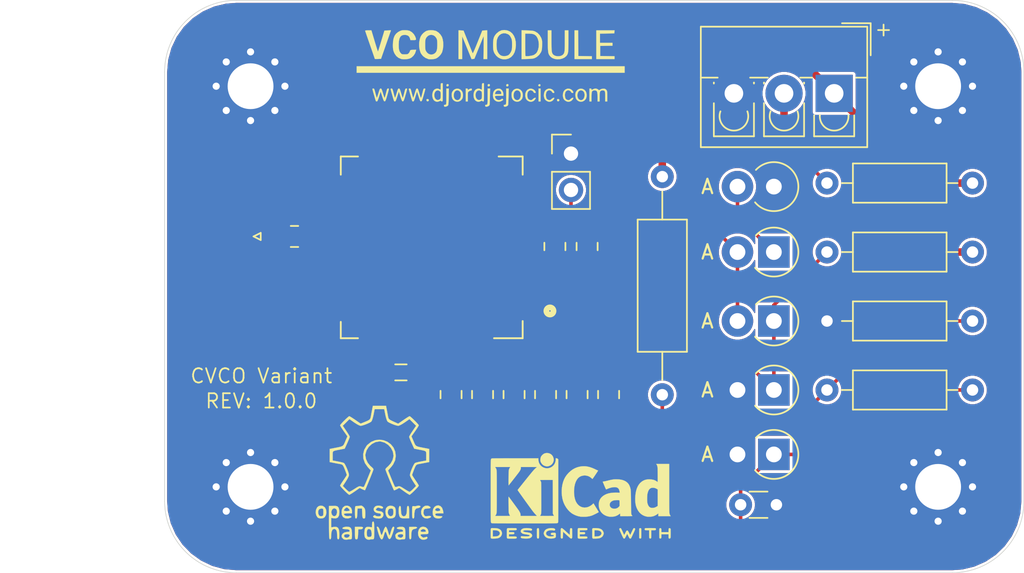
<source format=kicad_pcb>
(kicad_pcb (version 20171130) (host pcbnew "(5.1.8)-1")
  (layers (0 F.Cu signal) (31 B.Cu signal) (34 B.Paste user) (35 F.Paste user) (36 B.SilkS user) (37 F.SilkS user) (38 B.Mask user) (39 F.Mask user) (44 Edge.Cuts user))
  (net 0 "")
  (net 1 GND)
  (net 2 "Net-(C1-Pad1)")
  (net 3 "Net-(C2-Pad1)")
  (net 4 "Net-(C8-Pad2)")
  (net 5 "Net-(C8-Pad1)")
  (net 6 "Net-(C10-Pad1)")
  (net 7 "Net-(D2-Pad2)")
  (net 8 "Net-(D3-Pad1)")
  (net 9 +24V)
  (net 10 TUNE)
  (net 11 "Net-(L1-Pad2)")
  (net 12 "Net-(C10-Pad2)")
  (module Icons:VCO_Module_Label (layer F.Cu) (at 122.75 54.75)
    (fp_text reference G*** hide)
    (fp_text value LOGO hide)
  )
  (module Symbol:KiCad-Logo2_5mm_SilkScreen (layer F.Cu) (at 129.045145 84.612289)
    (fp_text reference REF** hide)
    (fp_text value KiCad-Logo2_5mm_SilkScreen hide)
  )
  (module Icons:OSHW (layer F.Cu) (at 115 83)
    (fp_text reference G*** hide)
    (fp_text value "OSHW LOGO" hide)
  )
  (module Connector_Coaxial:SMA_Amphenol_132289_EdgeMount (layer F.Cu) (at 103 66.5 180)
    (fp_text reference J2 hide)
    (fp_text value RF_OUT hide)
    (pad 1 smd rect (at 0 0 270) (size 1.5 5.08) (layers F.Cu F.Paste F.Mask) (net 5 "Net-(C8-Pad1)"))
    (pad 2 smd rect (at 0 -4.25 270) (size 1.5 5.08) (layers F.Cu F.Paste F.Mask) (net 1 GND))
    (pad 2 smd rect (at 0 4.25 270) (size 1.5 5.08) (layers F.Cu F.Paste F.Mask) (net 1 GND))
    (pad 2 smd rect (at 0 -4.25 270) (size 1.5 5.08) (layers B.Cu B.Paste B.Mask) (net 1 GND))
    (pad 2 smd rect (at 0 4.25 270) (size 1.5 5.08) (layers B.Cu B.Paste B.Mask) (net 1 GND))
  )
  (module MountingHole:MountingHole_3.2mm_M3_Pad_Via (layer F.Cu) (at 106 56)
    (fp_text reference H1 hide)
    (fp_text value "Mounting Pad" hide)
    (pad 1 thru_hole circle (at 1.697056 -1.697056) (size 0.8 0.8) (drill 0.5) (layers *.Cu *.Mask) (net 1 GND))
    (pad 1 thru_hole circle (at 0 -2.4) (size 0.8 0.8) (drill 0.5) (layers *.Cu *.Mask) (net 1 GND))
    (pad 1 thru_hole circle (at -1.697056 -1.697056) (size 0.8 0.8) (drill 0.5) (layers *.Cu *.Mask) (net 1 GND))
    (pad 1 thru_hole circle (at -2.4 0) (size 0.8 0.8) (drill 0.5) (layers *.Cu *.Mask) (net 1 GND))
    (pad 1 thru_hole circle (at -1.697056 1.697056) (size 0.8 0.8) (drill 0.5) (layers *.Cu *.Mask) (net 1 GND))
    (pad 1 thru_hole circle (at 0 2.4) (size 0.8 0.8) (drill 0.5) (layers *.Cu *.Mask) (net 1 GND))
    (pad 1 thru_hole circle (at 1.697056 1.697056) (size 0.8 0.8) (drill 0.5) (layers *.Cu *.Mask) (net 1 GND))
    (pad 1 thru_hole circle (at 2.4 0) (size 0.8 0.8) (drill 0.5) (layers *.Cu *.Mask) (net 1 GND))
    (pad 1 thru_hole circle (at 0 0) (size 6.4 6.4) (drill 3.2) (layers *.Cu *.Mask) (net 1 GND))
  )
  (module MountingHole:MountingHole_3.2mm_M3_Pad_Via (layer F.Cu) (at 154.01 56)
    (fp_text reference H2 hide)
    (fp_text value "Mounting Pad" hide)
    (pad 1 thru_hole circle (at 0 0) (size 6.4 6.4) (drill 3.2) (layers *.Cu *.Mask) (net 1 GND))
    (pad 1 thru_hole circle (at 2.4 0) (size 0.8 0.8) (drill 0.5) (layers *.Cu *.Mask) (net 1 GND))
    (pad 1 thru_hole circle (at 1.697056 1.697056) (size 0.8 0.8) (drill 0.5) (layers *.Cu *.Mask) (net 1 GND))
    (pad 1 thru_hole circle (at 0 2.4) (size 0.8 0.8) (drill 0.5) (layers *.Cu *.Mask) (net 1 GND))
    (pad 1 thru_hole circle (at -1.697056 1.697056) (size 0.8 0.8) (drill 0.5) (layers *.Cu *.Mask) (net 1 GND))
    (pad 1 thru_hole circle (at -2.4 0) (size 0.8 0.8) (drill 0.5) (layers *.Cu *.Mask) (net 1 GND))
    (pad 1 thru_hole circle (at -1.697056 -1.697056) (size 0.8 0.8) (drill 0.5) (layers *.Cu *.Mask) (net 1 GND))
    (pad 1 thru_hole circle (at 0 -2.4) (size 0.8 0.8) (drill 0.5) (layers *.Cu *.Mask) (net 1 GND))
    (pad 1 thru_hole circle (at 1.697056 -1.697056) (size 0.8 0.8) (drill 0.5) (layers *.Cu *.Mask) (net 1 GND))
  )
  (module MountingHole:MountingHole_3.2mm_M3_Pad_Via (layer F.Cu) (at 106 84)
    (fp_text reference H3 hide)
    (fp_text value "Mounting Pad" hide)
    (pad 1 thru_hole circle (at 1.697056 -1.697056) (size 0.8 0.8) (drill 0.5) (layers *.Cu *.Mask) (net 1 GND))
    (pad 1 thru_hole circle (at 0 -2.4) (size 0.8 0.8) (drill 0.5) (layers *.Cu *.Mask) (net 1 GND))
    (pad 1 thru_hole circle (at -1.697056 -1.697056) (size 0.8 0.8) (drill 0.5) (layers *.Cu *.Mask) (net 1 GND))
    (pad 1 thru_hole circle (at -2.4 0) (size 0.8 0.8) (drill 0.5) (layers *.Cu *.Mask) (net 1 GND))
    (pad 1 thru_hole circle (at -1.697056 1.697056) (size 0.8 0.8) (drill 0.5) (layers *.Cu *.Mask) (net 1 GND))
    (pad 1 thru_hole circle (at 0 2.4) (size 0.8 0.8) (drill 0.5) (layers *.Cu *.Mask) (net 1 GND))
    (pad 1 thru_hole circle (at 1.697056 1.697056) (size 0.8 0.8) (drill 0.5) (layers *.Cu *.Mask) (net 1 GND))
    (pad 1 thru_hole circle (at 2.4 0) (size 0.8 0.8) (drill 0.5) (layers *.Cu *.Mask) (net 1 GND))
    (pad 1 thru_hole circle (at 0 0) (size 6.4 6.4) (drill 3.2) (layers *.Cu *.Mask) (net 1 GND))
  )
  (module MountingHole:MountingHole_3.2mm_M3_Pad_Via (layer F.Cu) (at 154.01 84)
    (fp_text reference H4 hide)
    (fp_text value "Mounting Pad" hide)
    (pad 1 thru_hole circle (at 0 0) (size 6.4 6.4) (drill 3.2) (layers *.Cu *.Mask) (net 1 GND))
    (pad 1 thru_hole circle (at 2.4 0) (size 0.8 0.8) (drill 0.5) (layers *.Cu *.Mask) (net 1 GND))
    (pad 1 thru_hole circle (at 1.697056 1.697056) (size 0.8 0.8) (drill 0.5) (layers *.Cu *.Mask) (net 1 GND))
    (pad 1 thru_hole circle (at 0 2.4) (size 0.8 0.8) (drill 0.5) (layers *.Cu *.Mask) (net 1 GND))
    (pad 1 thru_hole circle (at -1.697056 1.697056) (size 0.8 0.8) (drill 0.5) (layers *.Cu *.Mask) (net 1 GND))
    (pad 1 thru_hole circle (at -2.4 0) (size 0.8 0.8) (drill 0.5) (layers *.Cu *.Mask) (net 1 GND))
    (pad 1 thru_hole circle (at -1.697056 -1.697056) (size 0.8 0.8) (drill 0.5) (layers *.Cu *.Mask) (net 1 GND))
    (pad 1 thru_hole circle (at 0 -2.4) (size 0.8 0.8) (drill 0.5) (layers *.Cu *.Mask) (net 1 GND))
    (pad 1 thru_hole circle (at 1.697056 -1.697056) (size 0.8 0.8) (drill 0.5) (layers *.Cu *.Mask) (net 1 GND))
  )
  (module Capacitor_SMD:C_0805_2012Metric (layer F.Cu) (at 131 77.55 270)
    (fp_text reference C2 hide)
    (fp_text value 1μF hide)
    (pad 1 smd roundrect (at -0.95 0 270) (size 1 1.45) (layers F.Cu F.Paste F.Mask) (net 3 "Net-(C2-Pad1)"))
    (pad 2 smd roundrect (at 0.95 0 270) (size 1 1.45) (layers F.Cu F.Paste F.Mask) (net 1 GND))
  )
  (module Capacitor_SMD:C_0805_2012Metric (layer F.Cu) (at 128.8 77.55 270)
    (fp_text reference C3 hide)
    (fp_text value 1μF hide)
    (pad 1 smd roundrect (at -0.95 0 270) (size 1 1.45) (layers F.Cu F.Paste F.Mask) (net 3 "Net-(C2-Pad1)"))
    (pad 2 smd roundrect (at 0.95 0 270) (size 1 1.45) (layers F.Cu F.Paste F.Mask) (net 1 GND))
  )
  (module Capacitor_SMD:C_0805_2012Metric (layer F.Cu) (at 126.6 77.55 270)
    (fp_text reference C4 hide)
    (fp_text value 1.2nF hide)
    (pad 2 smd roundrect (at 0.95 0 270) (size 1 1.45) (layers F.Cu F.Paste F.Mask) (net 1 GND))
    (pad 1 smd roundrect (at -0.95 0 270) (size 1 1.45) (layers F.Cu F.Paste F.Mask) (net 3 "Net-(C2-Pad1)"))
  )
  (module Capacitor_SMD:C_0805_2012Metric (layer F.Cu) (at 124.4 77.55 270)
    (fp_text reference C5 hide)
    (fp_text value 1.2nF hide)
    (pad 1 smd roundrect (at -0.95 0 270) (size 1 1.45) (layers F.Cu F.Paste F.Mask) (net 3 "Net-(C2-Pad1)"))
    (pad 2 smd roundrect (at 0.95 0 270) (size 1 1.45) (layers F.Cu F.Paste F.Mask) (net 1 GND))
  )
  (module Capacitor_SMD:C_0805_2012Metric (layer F.Cu) (at 122.2 77.55 270)
    (fp_text reference C6 hide)
    (fp_text value 68pF hide)
    (pad 2 smd roundrect (at 0.95 0 270) (size 1 1.45) (layers F.Cu F.Paste F.Mask) (net 1 GND))
    (pad 1 smd roundrect (at -0.95 0 270) (size 1 1.45) (layers F.Cu F.Paste F.Mask) (net 3 "Net-(C2-Pad1)"))
  )
  (module Capacitor_SMD:C_0805_2012Metric (layer F.Cu) (at 120 77.55 270)
    (fp_text reference C7 hide)
    (fp_text value 68pF hide)
    (pad 1 smd roundrect (at -0.95 0 270) (size 1 1.45) (layers F.Cu F.Paste F.Mask) (net 3 "Net-(C2-Pad1)"))
    (pad 2 smd roundrect (at 0.95 0 270) (size 1 1.45) (layers F.Cu F.Paste F.Mask) (net 1 GND))
  )
  (module Capacitor_SMD:C_0805_2012Metric (layer F.Cu) (at 109.0675 66.5)
    (fp_text reference C8 hide)
    (fp_text value 1.6nF hide)
    (pad 2 smd roundrect (at 0.95 0) (size 1 1.45) (layers F.Cu F.Paste F.Mask) (net 4 "Net-(C8-Pad2)"))
    (pad 1 smd roundrect (at -0.95 0) (size 1 1.45) (layers F.Cu F.Paste F.Mask) (net 5 "Net-(C8-Pad1)"))
  )
  (module Capacitor_SMD:C_0805_2012Metric (layer F.Cu) (at 129.5 67.201 90)
    (fp_text reference C9 hide)
    (fp_text value 1μF hide)
    (pad 2 smd roundrect (at 0.95 0 90) (size 1 1.45) (layers F.Cu F.Paste F.Mask) (net 12 "Net-(C10-Pad2)"))
    (pad 1 smd roundrect (at -0.95 0 90) (size 1 1.45) (layers F.Cu F.Paste F.Mask) (net 6 "Net-(C10-Pad1)"))
  )
  (module Capacitor_SMD:C_0805_2012Metric (layer F.Cu) (at 127.25 67.201 90)
    (fp_text reference C10 hide)
    (fp_text value 0.1μF hide)
    (pad 1 smd roundrect (at -0.95 0 90) (size 1 1.45) (layers F.Cu F.Paste F.Mask) (net 6 "Net-(C10-Pad1)"))
    (pad 2 smd roundrect (at 0.95 0 90) (size 1 1.45) (layers F.Cu F.Paste F.Mask) (net 12 "Net-(C10-Pad2)"))
  )
  (module Diode_THT:D_DO-41_SOD81_P2.54mm_Vertical_AnodeUp (layer F.Cu) (at 142.54 81.733532 180)
    (fp_text reference D1 hide)
    (fp_text value "ZPY 20" hide)
    (fp_text user A (at 4.64 0) (layer F.SilkS))
    (pad 1 thru_hole rect (at 0 0 180) (size 2.2 2.2) (drill 1.1) (layers *.Cu *.Mask) (net 2 "Net-(C1-Pad1)"))
    (pad 2 thru_hole oval (at 2.54 0 180) (size 2.2 2.2) (drill 1.1) (layers *.Cu *.Mask) (net 1 GND))
  )
  (module Diode_THT:D_DO-41_SOD81_P2.54mm_Vertical_AnodeUp (layer F.Cu) (at 142.54 72.41 180)
    (fp_text reference D2 hide)
    (fp_text value 1N4007 hide)
    (fp_text user A (at 4.64 0) (layer F.SilkS))
    (pad 2 thru_hole oval (at 2.54 0 180) (size 2.2 2.2) (drill 1.1) (layers *.Cu *.Mask) (net 7 "Net-(D2-Pad2)"))
    (pad 1 thru_hole rect (at 0 0 180) (size 2.2 2.2) (drill 1.1) (layers *.Cu *.Mask) (net 6 "Net-(C10-Pad1)"))
  )
  (module Diode_THT:D_DO-41_SOD81_P2.54mm_Vertical_AnodeUp (layer F.Cu) (at 142.54 67.59 180)
    (fp_text reference D3 hide)
    (fp_text value 1N4007 hide)
    (fp_text user A (at 4.64 0) (layer F.SilkS))
    (pad 1 thru_hole rect (at 0 0 180) (size 2.2 2.2) (drill 1.1) (layers *.Cu *.Mask) (net 8 "Net-(D3-Pad1)"))
    (pad 2 thru_hole oval (at 2.54 0 180) (size 2.2 2.2) (drill 1.1) (layers *.Cu *.Mask) (net 7 "Net-(D2-Pad2)"))
  )
  (module Diode_THT:D_DO-41_SOD81_P2.54mm_Vertical_AnodeUp (layer F.Cu) (at 142.54 63.016468 180)
    (fp_text reference D4 hide)
    (fp_text value 1N4007 hide)
    (fp_text user A (at 4.64 0) (layer F.SilkS))
    (pad 2 thru_hole oval (at 2.54 0 180) (size 2.2 2.2) (drill 1.1) (layers *.Cu *.Mask) (net 8 "Net-(D3-Pad1)"))
    (pad 1 thru_hole rect (at 0 0 180) (size 2.2 2.2) (drill 1.1) (layers *.Cu *.Mask) (net 1 GND))
  )
  (module Diode_THT:D_DO-41_SOD81_P2.54mm_Vertical_AnodeUp (layer F.Cu) (at 142.54 77.23 180)
    (fp_text reference D5 hide)
    (fp_text value "ZPY 18" hide)
    (fp_text user A (at 4.64 0) (layer F.SilkS))
    (pad 1 thru_hole rect (at 0 0 180) (size 2.2 2.2) (drill 1.1) (layers *.Cu *.Mask) (net 6 "Net-(C10-Pad1)"))
    (pad 2 thru_hole oval (at 2.54 0 180) (size 2.2 2.2) (drill 1.1) (layers *.Cu *.Mask) (net 1 GND))
  )
  (module Inductor_SMD:L_0805_2012Metric (layer F.Cu) (at 116.5 76 180)
    (fp_text reference L1 hide)
    (fp_text value 470μF hide)
    (pad 1 smd roundrect (at -1.0625 0 180) (size 0.875 1.2) (layers F.Cu F.Paste F.Mask) (net 3 "Net-(C2-Pad1)"))
    (pad 2 smd roundrect (at 1.0625 0 180) (size 0.875 1.2) (layers F.Cu F.Paste F.Mask) (net 11 "Net-(L1-Pad2)"))
  )
  (module Resistor_THT:R_Axial_DIN0207_L6.3mm_D2.5mm_P10.16mm_Horizontal (layer F.Cu) (at 156.41 77.23 180)
    (fp_text reference R2 hide)
    (fp_text value 1.2k hide)
    (pad 2 thru_hole oval (at 10.16 0 180) (size 1.6 1.6) (drill 0.8) (layers *.Cu *.Mask) (net 3 "Net-(C2-Pad1)"))
    (pad 1 thru_hole circle (at 0 0 180) (size 1.6 1.6) (drill 0.8) (layers *.Cu *.Mask) (net 2 "Net-(C1-Pad1)"))
  )
  (module Resistor_THT:R_Axial_DIN0207_L6.3mm_D2.5mm_P10.16mm_Horizontal (layer F.Cu) (at 156.41 72.41 180)
    (fp_text reference R3 hide)
    (fp_text value 1.8k hide)
    (pad 1 thru_hole circle (at 0 0 180) (size 1.6 1.6) (drill 0.8) (layers *.Cu *.Mask) (net 3 "Net-(C2-Pad1)"))
    (pad 2 thru_hole oval (at 10.16 0 180) (size 1.6 1.6) (drill 0.8) (layers *.Cu *.Mask) (net 1 GND))
  )
  (module Resistor_THT:R_Axial_DIN0207_L6.3mm_D2.5mm_P10.16mm_Horizontal (layer F.Cu) (at 146.25 62.77)
    (fp_text reference R4 hide)
    (fp_text value 3k hide)
    (pad 2 thru_hole oval (at 10.16 0) (size 1.6 1.6) (drill 0.8) (layers *.Cu *.Mask) (net 9 +24V))
    (pad 1 thru_hole circle (at 0 0) (size 1.6 1.6) (drill 0.8) (layers *.Cu *.Mask) (net 7 "Net-(D2-Pad2)"))
  )
  (module Resistor_THT:R_Axial_DIN0207_L6.3mm_D2.5mm_P10.16mm_Horizontal (layer F.Cu) (at 146.25 67.59)
    (fp_text reference R5 hide)
    (fp_text value 3k hide)
    (pad 1 thru_hole circle (at 0 0) (size 1.6 1.6) (drill 0.8) (layers *.Cu *.Mask) (net 6 "Net-(C10-Pad1)"))
    (pad 2 thru_hole oval (at 10.16 0) (size 1.6 1.6) (drill 0.8) (layers *.Cu *.Mask) (net 10 TUNE))
  )
  (module CVCO:CVCO55 (layer F.Cu) (at 125 73.612 90)
    (fp_text reference Y1 hide)
    (fp_text value 549-CV55CW500-1000 hide)
    (pad 9 smd rect (at 9.652 -12.7 180) (size 1.32 1.32) (layers F.Cu F.Paste F.Mask) (net 1 GND))
    (pad 10 smd rect (at 7.112 -12.7 180) (size 1.32 1.32) (layers F.Cu F.Paste F.Mask) (net 4 "Net-(C8-Pad2)"))
    (pad 11 smd rect (at 4.572 -12.7 180) (size 1.32 1.32) (layers F.Cu F.Paste F.Mask) (net 1 GND))
    (pad 12 smd rect (at 2.032 -12.7 180) (size 1.32 1.32) (layers F.Cu F.Paste F.Mask) (net 1 GND))
    (pad 1 smd rect (at 2.921 0 180) (size 1.32 1.32) (layers F.Cu F.Paste F.Mask) (net 1 GND))
    (pad 2 smd rect (at 5.461 0 180) (size 1.32 1.32) (layers F.Cu F.Paste F.Mask) (net 6 "Net-(C10-Pad1)"))
    (pad 3 smd rect (at 8.001 0 180) (size 1.32 1.32) (layers F.Cu F.Paste F.Mask) (net 1 GND))
    (pad 4 smd rect (at 10.541 0 180) (size 1.32 1.32) (layers F.Cu F.Paste F.Mask) (net 1 GND))
    (pad 13 smd rect (at 0 -10.541 180) (size 1.32 1.32) (layers F.Cu F.Paste F.Mask) (net 1 GND))
    (pad 14 smd rect (at 0 -8.001 180) (size 1.32 1.32) (layers F.Cu F.Paste F.Mask) (net 11 "Net-(L1-Pad2)"))
    (pad 15 smd rect (at 0 -5.461 180) (size 1.32 1.32) (layers F.Cu F.Paste F.Mask) (net 1 GND))
    (pad 16 smd rect (at 0 -2.921 180) (size 1.32 1.32) (layers F.Cu F.Paste F.Mask) (net 1 GND))
    (pad 8 smd rect (at 12.7 -10.287 180) (size 1.32 1.32) (layers F.Cu F.Paste F.Mask) (net 1 GND))
    (pad 7 smd rect (at 12.7 -7.747 180) (size 1.32 1.32) (layers F.Cu F.Paste F.Mask) (net 1 GND))
    (pad 6 smd rect (at 12.7 -5.207 180) (size 1.32 1.32) (layers F.Cu F.Paste F.Mask) (net 1 GND))
    (pad 5 smd rect (at 12.7 -2.667 180) (size 1.32 1.32) (layers F.Cu F.Paste F.Mask) (net 1 GND))
  )
  (module TerminalBlock_4Ucon:TerminalBlock_4Ucon_1x03_P3.50mm_Vertical (layer F.Cu) (at 146.75 56.5 180)
    (fp_text reference J1 hide)
    (fp_text value INPUT hide)
    (pad 1 thru_hole rect (at 0 0 180) (size 2.6 2.6) (drill 1.3) (layers *.Cu *.Mask) (net 9 +24V))
    (pad 2 thru_hole circle (at 3.5 0 180) (size 2.6 2.6) (drill 1.3) (layers *.Cu *.Mask) (net 10 TUNE))
    (pad 3 thru_hole circle (at 7 0 180) (size 2.6 2.6) (drill 1.3) (layers *.Cu *.Mask) (net 1 GND))
  )
  (module Capacitor_THT:C_Disc_D3.0mm_W1.6mm_P2.50mm (layer F.Cu) (at 140.218234 85.25)
    (fp_text reference C1 hide)
    (fp_text value 1μF hide)
    (pad 1 thru_hole circle (at 0 0) (size 1.6 1.6) (drill 0.8) (layers *.Cu *.Mask) (net 2 "Net-(C1-Pad1)"))
    (pad 2 thru_hole circle (at 2.5 0) (size 1.6 1.6) (drill 0.8) (layers *.Cu *.Mask) (net 1 GND))
  )
  (module Connector_PinHeader_2.54mm:PinHeader_1x02_P2.54mm_Vertical (layer F.Cu) (at 128.375 60.71)
    (fp_text reference JP1 hide)
    (fp_text value Jumper hide)
    (pad 1 thru_hole rect (at 0 0) (size 1.7 1.7) (drill 1) (layers *.Cu *.Mask) (net 1 GND))
    (pad 2 thru_hole oval (at 0 2.54) (size 1.7 1.7) (drill 1) (layers *.Cu *.Mask) (net 12 "Net-(C10-Pad2)"))
  )
  (module Resistor_THT:R_Axial_DIN0309_L9.0mm_D3.2mm_P15.24mm_Horizontal (layer F.Cu) (at 134.75 62.32 270)
    (fp_text reference R1 hide)
    (fp_text value 670 hide)
    (pad 1 thru_hole circle (at 0 0 270) (size 1.6 1.6) (drill 0.8) (layers *.Cu *.Mask) (net 9 +24V))
    (pad 2 thru_hole oval (at 15.24 0 270) (size 1.6 1.6) (drill 0.8) (layers *.Cu *.Mask) (net 2 "Net-(C1-Pad1)"))
  )
  (gr_text "CVCO Variant" (at 106.75 76.25) (layer F.SilkS) (effects (font (size 1 1) (thickness 0.12))))
  (gr_text + (at 150.2 52) (layer F.SilkS) (effects (font (size 1 1) (thickness 0.12))))
  (gr_text "REV: 1.0.0" (at 106.75 78) (layer F.SilkS) (effects (font (size 1 1) (thickness 0.12))))
  (gr_arc (start 105 85) (end 100 85) (angle -90) (layer Edge.Cuts) (width 0.05))
  (gr_arc (start 155 85) (end 155 90) (angle -90) (layer Edge.Cuts) (width 0.05))
  (gr_arc (start 155 55) (end 160 55) (angle -90) (layer Edge.Cuts) (width 0.05))
  (gr_arc (start 105 55) (end 105 50) (angle -90) (layer Edge.Cuts) (width 0.05))
  (gr_line (start 100 85) (end 100 55) (layer Edge.Cuts) (width 0.05))
  (gr_line (start 155 90) (end 105 90) (layer Edge.Cuts) (width 0.05))
  (gr_line (start 160 55) (end 160 85) (layer Edge.Cuts) (width 0.05))
  (gr_line (start 105 50) (end 155 50) (layer Edge.Cuts) (width 0.05))
  (segment (start 140.218234 84.055298) (end 142.54 81.733532) (width 0.25) (layer F.Cu) (net 2))
  (segment (start 140.218234 85.25) (end 140.218234 84.055298) (width 0.25) (layer F.Cu) (net 2))
  (segment (start 153.081766 77.23) (end 156.41 77.23) (width 0.25) (layer F.Cu) (net 2))
  (segment (start 148.578234 81.733532) (end 153.081766 77.23) (width 0.25) (layer F.Cu) (net 2))
  (segment (start 142.54 81.733532) (end 148.578234 81.733532) (width 0.25) (layer F.Cu) (net 2))
  (segment (start 134.75 85.35) (end 134.75 77.56) (width 0.25) (layer F.Cu) (net 2))
  (segment (start 136.8 87.4) (end 134.75 85.35) (width 0.25) (layer F.Cu) (net 2))
  (segment (start 139.4 87.4) (end 136.8 87.4) (width 0.25) (layer F.Cu) (net 2))
  (segment (start 140.218234 86.581766) (end 139.4 87.4) (width 0.25) (layer F.Cu) (net 2))
  (segment (start 140.218234 85.25) (end 140.218234 86.581766) (width 0.25) (layer F.Cu) (net 2))
  (segment (start 118.1625 76.6) (end 117.5625 76) (width 0.25) (layer F.Cu) (net 3))
  (segment (start 131 76.6) (end 118.1625 76.6) (width 0.25) (layer F.Cu) (net 3))
  (segment (start 151.07 72.41) (end 146.25 77.23) (width 0.25) (layer F.Cu) (net 3))
  (segment (start 156.41 72.41) (end 151.07 72.41) (width 0.25) (layer F.Cu) (net 3))
  (segment (start 144.08 79.4) (end 146.25 77.23) (width 0.25) (layer F.Cu) (net 3))
  (segment (start 135.2 75.6) (end 139 79.4) (width 0.25) (layer F.Cu) (net 3))
  (segment (start 139 79.4) (end 144.08 79.4) (width 0.25) (layer F.Cu) (net 3))
  (segment (start 132 75.6) (end 135.2 75.6) (width 0.25) (layer F.Cu) (net 3))
  (segment (start 131 76.6) (end 132 75.6) (width 0.25) (layer F.Cu) (net 3))
  (segment (start 110.0175 66.5) (end 112.3 66.5) (width 0.784566) (layer F.Cu) (net 4))
  (segment (start 108.1175 66.5) (end 103 66.5) (width 0.784566) (layer F.Cu) (net 5))
  (segment (start 129.5 68.151) (end 125 68.151) (width 0.25) (layer F.Cu) (net 6))
  (segment (start 142.54 71.3) (end 146.25 67.59) (width 0.25) (layer F.Cu) (net 6))
  (segment (start 142.54 77.23) (end 142.54 71.3) (width 0.25) (layer F.Cu) (net 6))
  (segment (start 129.5 68.151) (end 136.149 74.8) (width 0.25) (layer F.Cu) (net 6))
  (segment (start 136.149 74.8) (end 140.11 74.8) (width 0.25) (layer F.Cu) (net 6))
  (segment (start 140.11 74.8) (end 142.54 77.23) (width 0.25) (layer F.Cu) (net 6))
  (segment (start 140 72.41) (end 140 67.59) (width 0.25) (layer F.Cu) (net 7))
  (segment (start 138 62) (end 138 65.59) (width 0.25) (layer F.Cu) (net 7))
  (segment (start 138.9 61.1) (end 138 62) (width 0.25) (layer F.Cu) (net 7))
  (segment (start 144.58 61.1) (end 138.9 61.1) (width 0.25) (layer F.Cu) (net 7))
  (segment (start 138 65.59) (end 140 67.59) (width 0.25) (layer F.Cu) (net 7))
  (segment (start 146.25 62.77) (end 144.58 61.1) (width 0.25) (layer F.Cu) (net 7))
  (segment (start 140 65.05) (end 142.54 67.59) (width 0.25) (layer F.Cu) (net 8))
  (segment (start 140 63.016468) (end 140 65.05) (width 0.25) (layer F.Cu) (net 8))
  (segment (start 153.02 62.77) (end 156.41 62.77) (width 0.525491) (layer F.Cu) (net 9))
  (segment (start 146.75 56.5) (end 153.02 62.77) (width 0.525491) (layer F.Cu) (net 9))
  (segment (start 134.75 56.5) (end 134.75 62.32) (width 0.525491) (layer F.Cu) (net 9))
  (segment (start 137.75 53.5) (end 134.75 56.5) (width 0.525491) (layer F.Cu) (net 9))
  (segment (start 143.75 53.5) (end 137.75 53.5) (width 0.525491) (layer F.Cu) (net 9))
  (segment (start 146.75 56.5) (end 143.75 53.5) (width 0.525491) (layer F.Cu) (net 9))
  (segment (start 154.59 67.59) (end 156.41 67.59) (width 0.525491) (layer F.Cu) (net 10))
  (segment (start 147 60) (end 154.59 67.59) (width 0.525491) (layer F.Cu) (net 10))
  (segment (start 144.5 60) (end 147 60) (width 0.525491) (layer F.Cu) (net 10))
  (segment (start 143.25 58.75) (end 144.5 60) (width 0.525491) (layer F.Cu) (net 10))
  (segment (start 143.25 56.5) (end 143.25 58.75) (width 0.525491) (layer F.Cu) (net 10))
  (segment (start 115.4375 75.1735) (end 116.999 73.612) (width 0.25) (layer F.Cu) (net 11))
  (segment (start 115.4375 76) (end 115.4375 75.1735) (width 0.25) (layer F.Cu) (net 11))
  (segment (start 129.5 66.251) (end 127.25 66.251) (width 0.25) (layer F.Cu) (net 12))
  (segment (start 128.375 65.126) (end 127.25 66.251) (width 0.25) (layer F.Cu) (net 12))
  (segment (start 128.375 63.25) (end 128.375 65.126) (width 0.25) (layer F.Cu) (net 12))
  (zone (net 1) (net_name GND) (layer F.Cu) (connect_pads yes (clearance 0.15)) (min_thickness 0.075) (fill yes (arc_segments 32) (thermal_gap 0.15) (thermal_bridge_width 0.15))
    (polygon (pts (xy 160 90) (xy 100 90) (xy 100 50) (xy 160 50)))
  )
  (zone (net 1) (net_name GND) (layer B.Cu) (connect_pads yes (clearance 0.15)) (min_thickness 0.075) (fill yes (arc_segments 32) (thermal_gap 0.15) (thermal_bridge_width 0.15))
    (polygon (pts (xy 160 90) (xy 100 90) (xy 100 50) (xy 160 50)))
  )
)
</source>
